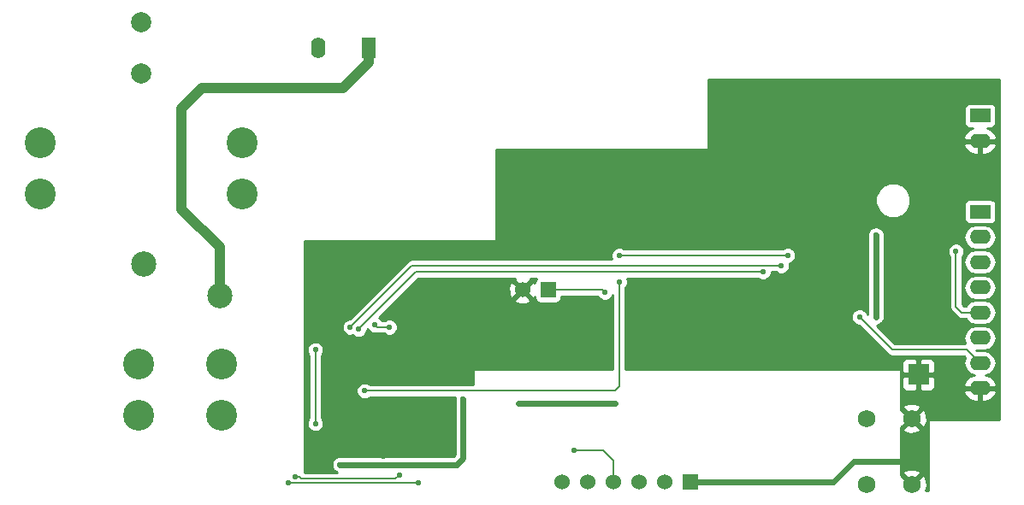
<source format=gbl>
G04 #@! TF.FileFunction,Copper,L2,Bot,Signal*
%FSLAX46Y46*%
G04 Gerber Fmt 4.6, Leading zero omitted, Abs format (unit mm)*
G04 Created by KiCad (PCBNEW (2015-08-16 BZR 6096)-product) date Wed 23 Sep 2015 10:28:05 PDT*
%MOMM*%
G01*
G04 APERTURE LIST*
%ADD10C,0.152400*%
%ADD11R,2.100000X1.400000*%
%ADD12O,2.100000X1.400000*%
%ADD13R,1.524000X1.524000*%
%ADD14C,1.524000*%
%ADD15C,1.750000*%
%ADD16R,2.032000X2.032000*%
%ADD17R,1.400000X2.100000*%
%ADD18O,1.400000X2.100000*%
%ADD19C,1.998980*%
%ADD20C,2.500000*%
%ADD21C,3.048000*%
%ADD22C,0.584200*%
%ADD23C,0.203200*%
%ADD24C,0.609600*%
%ADD25C,1.016000*%
%ADD26C,0.254000*%
G04 APERTURE END LIST*
D10*
D11*
X207000000Y-86750000D03*
D12*
X207000000Y-89250000D03*
D13*
X164270000Y-104000000D03*
D14*
X161730000Y-104000000D03*
D12*
X207000000Y-98750000D03*
X207000000Y-101250000D03*
D11*
X207000000Y-96250000D03*
D12*
X207000000Y-103750000D03*
X207000000Y-106250000D03*
X207000000Y-108750000D03*
X207000000Y-111250000D03*
X207000000Y-113750000D03*
D13*
X178350000Y-123000000D03*
D14*
X175810000Y-123000000D03*
X173270000Y-123000000D03*
X170730000Y-123000000D03*
X168190000Y-123000000D03*
X165650000Y-123000000D03*
D15*
X195750000Y-116750000D03*
X200250000Y-116750000D03*
X195750000Y-123250000D03*
X200250000Y-123250000D03*
D16*
X200914000Y-112395000D03*
D17*
X146500000Y-80000000D03*
D18*
X141500000Y-80000000D03*
D19*
X124000000Y-82540000D03*
X124000000Y-77460000D03*
D20*
X131750000Y-104600000D03*
X124250000Y-101400000D03*
D21*
X131953000Y-116459000D03*
X131953000Y-111379000D03*
X123698000Y-116459000D03*
X123698000Y-111379000D03*
X113952000Y-94540000D03*
X113952000Y-89460000D03*
X133952000Y-94540000D03*
X133952000Y-89460000D03*
D22*
X144272000Y-115011200D03*
X146710400Y-111353600D03*
X147929600Y-120497600D03*
X147726400Y-115011200D03*
X154432000Y-119278400D03*
X195681600Y-99364800D03*
X194056000Y-109728000D03*
X201777600Y-93065600D03*
X172313600Y-97536000D03*
X199948800Y-89001600D03*
X164185600Y-94081600D03*
X164388800Y-98755200D03*
X141630400Y-99568000D03*
X200500000Y-121000000D03*
X161544000Y-115214400D03*
X170891200Y-115214400D03*
X141224000Y-109931200D03*
X141224000Y-117246400D03*
X196697600Y-98552000D03*
X196697600Y-106680000D03*
X155854400Y-114808000D03*
X143662400Y-121310400D03*
X138582400Y-123139200D03*
X151384000Y-123139200D03*
X139192000Y-122529600D03*
X149555200Y-122326400D03*
X169875200Y-104241600D03*
X146100800Y-113995200D03*
X171297600Y-103225600D03*
X171297600Y-100584000D03*
X187960000Y-100584000D03*
X204622400Y-100177600D03*
X145491200Y-107899200D03*
X185521600Y-102209600D03*
X144678400Y-107696000D03*
X187350400Y-101600000D03*
X166827200Y-119888000D03*
X148539200Y-107696000D03*
X147116800Y-107492800D03*
X195072000Y-106680000D03*
D23*
X172313600Y-97536000D02*
X172516800Y-97536000D01*
D24*
X192500000Y-123000000D02*
X194500000Y-121000000D01*
X194500000Y-121000000D02*
X200500000Y-121000000D01*
X178350000Y-123000000D02*
X192500000Y-123000000D01*
X161340800Y-115214400D02*
X161544000Y-115214400D01*
X170891200Y-115214400D02*
X161340800Y-115214400D01*
D23*
X141224000Y-109931200D02*
X141224000Y-117246400D01*
D24*
X196697600Y-98552000D02*
X196697600Y-106680000D01*
X155854400Y-114808000D02*
X155854400Y-120700800D01*
X155244800Y-121310400D02*
X155854400Y-120700800D01*
X143662400Y-121310400D02*
X155244800Y-121310400D01*
D23*
X138582400Y-123139200D02*
X151384000Y-123139200D01*
X139605091Y-122529600D02*
X139801600Y-122726109D01*
X139192000Y-122529600D02*
X139605091Y-122529600D01*
X139998109Y-122726109D02*
X140004790Y-122732790D01*
X139801600Y-122726109D02*
X139998109Y-122726109D01*
X140004790Y-122732790D02*
X149148810Y-122732790D01*
X149148810Y-122732790D02*
X149555200Y-122326400D01*
D25*
X131750000Y-104600000D02*
X131750000Y-99750000D01*
X146500000Y-81500000D02*
X146500000Y-80000000D01*
X144000000Y-84000000D02*
X146500000Y-81500000D01*
X130000000Y-84000000D02*
X144000000Y-84000000D01*
X128000000Y-86000000D02*
X130000000Y-84000000D01*
X128000000Y-96000000D02*
X128000000Y-86000000D01*
X131750000Y-99750000D02*
X128000000Y-96000000D01*
D23*
X169875200Y-104241600D02*
X169633600Y-104000000D01*
X169633600Y-104000000D02*
X164270000Y-104000000D01*
X146100800Y-113995200D02*
X170891200Y-113995200D01*
X170891200Y-113995200D02*
X171297600Y-113588800D01*
X171297600Y-113588800D02*
X171297600Y-111760000D01*
X171297600Y-111760000D02*
X171297600Y-103225600D01*
X171297600Y-100584000D02*
X187960000Y-100584000D01*
X205208400Y-106250000D02*
X207000000Y-106250000D01*
X204622400Y-105664000D02*
X205208400Y-106250000D01*
X204622400Y-100177600D02*
X204622400Y-105664000D01*
X145491200Y-107899200D02*
X151180800Y-102209600D01*
X151180800Y-102209600D02*
X185521600Y-102209600D01*
X144678400Y-107696000D02*
X150774400Y-101600000D01*
X150774400Y-101600000D02*
X187350400Y-101600000D01*
X166827200Y-119888000D02*
X169672000Y-119888000D01*
X169672000Y-119888000D02*
X170730000Y-120946000D01*
X170730000Y-120946000D02*
X170730000Y-123000000D01*
X147320000Y-107696000D02*
X147116800Y-107492800D01*
X148539200Y-107696000D02*
X147320000Y-107696000D01*
X195072000Y-106680000D02*
X198323200Y-109931200D01*
X198323200Y-109931200D02*
X205681200Y-109931200D01*
X205681200Y-109931200D02*
X207000000Y-111250000D01*
D26*
G36*
X208873000Y-116873000D02*
X202000000Y-116873000D01*
X201950590Y-116883006D01*
X201908965Y-116911447D01*
X201881685Y-116953841D01*
X201873000Y-117000000D01*
X201873000Y-123873000D01*
X201630118Y-123873000D01*
X201771590Y-123484694D01*
X201745579Y-122884542D01*
X201565953Y-122450884D01*
X201312060Y-122367545D01*
X200429605Y-123250000D01*
X200443748Y-123264143D01*
X200264143Y-123443748D01*
X200250000Y-123429605D01*
X200235858Y-123443748D01*
X200056253Y-123264143D01*
X200070395Y-123250000D01*
X199187940Y-122367545D01*
X199127000Y-122387548D01*
X199127000Y-122187940D01*
X199367545Y-122187940D01*
X200250000Y-123070395D01*
X201132455Y-122187940D01*
X201049116Y-121934047D01*
X200484694Y-121728410D01*
X199884542Y-121754421D01*
X199450884Y-121934047D01*
X199367545Y-122187940D01*
X199127000Y-122187940D01*
X199127000Y-117812060D01*
X199367545Y-117812060D01*
X199450884Y-118065953D01*
X200015306Y-118271590D01*
X200615458Y-118245579D01*
X201049116Y-118065953D01*
X201132455Y-117812060D01*
X200250000Y-116929605D01*
X199367545Y-117812060D01*
X199127000Y-117812060D01*
X199127000Y-117612452D01*
X199187940Y-117632455D01*
X200070395Y-116750000D01*
X200429605Y-116750000D01*
X201312060Y-117632455D01*
X201565953Y-117549116D01*
X201771590Y-116984694D01*
X201745579Y-116384542D01*
X201565953Y-115950884D01*
X201312060Y-115867545D01*
X200429605Y-116750000D01*
X200070395Y-116750000D01*
X199187940Y-115867545D01*
X199127000Y-115887548D01*
X199127000Y-115687940D01*
X199367545Y-115687940D01*
X200250000Y-116570395D01*
X201132455Y-115687940D01*
X201049116Y-115434047D01*
X200484694Y-115228410D01*
X199884542Y-115254421D01*
X199450884Y-115434047D01*
X199367545Y-115687940D01*
X199127000Y-115687940D01*
X199127000Y-114083329D01*
X205357284Y-114083329D01*
X205368020Y-114143550D01*
X205616210Y-114604185D01*
X206021785Y-114934778D01*
X206523000Y-115085000D01*
X206873000Y-115085000D01*
X206873000Y-113877000D01*
X207127000Y-113877000D01*
X207127000Y-115085000D01*
X207477000Y-115085000D01*
X207978215Y-114934778D01*
X208383790Y-114604185D01*
X208631980Y-114143550D01*
X208642716Y-114083329D01*
X208519374Y-113877000D01*
X207127000Y-113877000D01*
X206873000Y-113877000D01*
X205480626Y-113877000D01*
X205357284Y-114083329D01*
X199127000Y-114083329D01*
X199127000Y-112680750D01*
X199263000Y-112680750D01*
X199263000Y-113537310D01*
X199359673Y-113770699D01*
X199538302Y-113949327D01*
X199771691Y-114046000D01*
X200628250Y-114046000D01*
X200787000Y-113887250D01*
X200787000Y-112522000D01*
X201041000Y-112522000D01*
X201041000Y-113887250D01*
X201199750Y-114046000D01*
X202056309Y-114046000D01*
X202289698Y-113949327D01*
X202468327Y-113770699D01*
X202565000Y-113537310D01*
X202565000Y-112680750D01*
X202406250Y-112522000D01*
X201041000Y-112522000D01*
X200787000Y-112522000D01*
X199421750Y-112522000D01*
X199263000Y-112680750D01*
X199127000Y-112680750D01*
X199127000Y-112000000D01*
X199116994Y-111950590D01*
X199088553Y-111908965D01*
X199046159Y-111881685D01*
X199000000Y-111873000D01*
X171932600Y-111873000D01*
X171932600Y-111252690D01*
X199263000Y-111252690D01*
X199263000Y-112109250D01*
X199421750Y-112268000D01*
X200787000Y-112268000D01*
X200787000Y-110902750D01*
X201041000Y-110902750D01*
X201041000Y-112268000D01*
X202406250Y-112268000D01*
X202565000Y-112109250D01*
X202565000Y-111252690D01*
X202468327Y-111019301D01*
X202289698Y-110840673D01*
X202056309Y-110744000D01*
X201199750Y-110744000D01*
X201041000Y-110902750D01*
X200787000Y-110902750D01*
X200628250Y-110744000D01*
X199771691Y-110744000D01*
X199538302Y-110840673D01*
X199359673Y-111019301D01*
X199263000Y-111252690D01*
X171932600Y-111252690D01*
X171932600Y-106843482D01*
X194246357Y-106843482D01*
X194371767Y-107146998D01*
X194603781Y-107379417D01*
X194907077Y-107505357D01*
X194999411Y-107505437D01*
X197874187Y-110380213D01*
X198080196Y-110517864D01*
X198323200Y-110566200D01*
X205418174Y-110566200D01*
X205539750Y-110687776D01*
X205479466Y-110777998D01*
X205385579Y-111250000D01*
X205479466Y-111722002D01*
X205746833Y-112122146D01*
X206146977Y-112389513D01*
X206424111Y-112444638D01*
X206021785Y-112565222D01*
X205616210Y-112895815D01*
X205368020Y-113356450D01*
X205357284Y-113416671D01*
X205480626Y-113623000D01*
X206873000Y-113623000D01*
X206873000Y-113603000D01*
X207127000Y-113603000D01*
X207127000Y-113623000D01*
X208519374Y-113623000D01*
X208642716Y-113416671D01*
X208631980Y-113356450D01*
X208383790Y-112895815D01*
X207978215Y-112565222D01*
X207575889Y-112444638D01*
X207853023Y-112389513D01*
X208253167Y-112122146D01*
X208520534Y-111722002D01*
X208614421Y-111250000D01*
X208520534Y-110777998D01*
X208253167Y-110377854D01*
X207853023Y-110110487D01*
X207381021Y-110016600D01*
X206664626Y-110016600D01*
X206631426Y-109983400D01*
X207381021Y-109983400D01*
X207853023Y-109889513D01*
X208253167Y-109622146D01*
X208520534Y-109222002D01*
X208614421Y-108750000D01*
X208520534Y-108277998D01*
X208253167Y-107877854D01*
X207853023Y-107610487D01*
X207381021Y-107516600D01*
X206618979Y-107516600D01*
X206146977Y-107610487D01*
X205746833Y-107877854D01*
X205479466Y-108277998D01*
X205385579Y-108750000D01*
X205479466Y-109222002D01*
X205529043Y-109296200D01*
X198586226Y-109296200D01*
X196795612Y-107505586D01*
X196861082Y-107505643D01*
X196954239Y-107467151D01*
X197018365Y-107454396D01*
X197072253Y-107418389D01*
X197164598Y-107380233D01*
X197235934Y-107309021D01*
X197290297Y-107272697D01*
X197326304Y-107218809D01*
X197397017Y-107148219D01*
X197435672Y-107055128D01*
X197471996Y-107000765D01*
X197484640Y-106937201D01*
X197522957Y-106844923D01*
X197523045Y-106744125D01*
X197535800Y-106680000D01*
X197535800Y-100341082D01*
X203796757Y-100341082D01*
X203922167Y-100644598D01*
X203987400Y-100709945D01*
X203987400Y-105664000D01*
X204035736Y-105907004D01*
X204173387Y-106113013D01*
X204759387Y-106699013D01*
X204965396Y-106836664D01*
X205208400Y-106885000D01*
X205588378Y-106885000D01*
X205746833Y-107122146D01*
X206146977Y-107389513D01*
X206618979Y-107483400D01*
X207381021Y-107483400D01*
X207853023Y-107389513D01*
X208253167Y-107122146D01*
X208520534Y-106722002D01*
X208614421Y-106250000D01*
X208520534Y-105777998D01*
X208253167Y-105377854D01*
X207853023Y-105110487D01*
X207381021Y-105016600D01*
X206618979Y-105016600D01*
X206146977Y-105110487D01*
X205746833Y-105377854D01*
X205588378Y-105615000D01*
X205471426Y-105615000D01*
X205257400Y-105400974D01*
X205257400Y-103750000D01*
X205385579Y-103750000D01*
X205479466Y-104222002D01*
X205746833Y-104622146D01*
X206146977Y-104889513D01*
X206618979Y-104983400D01*
X207381021Y-104983400D01*
X207853023Y-104889513D01*
X208253167Y-104622146D01*
X208520534Y-104222002D01*
X208614421Y-103750000D01*
X208520534Y-103277998D01*
X208253167Y-102877854D01*
X207853023Y-102610487D01*
X207381021Y-102516600D01*
X206618979Y-102516600D01*
X206146977Y-102610487D01*
X205746833Y-102877854D01*
X205479466Y-103277998D01*
X205385579Y-103750000D01*
X205257400Y-103750000D01*
X205257400Y-101250000D01*
X205385579Y-101250000D01*
X205479466Y-101722002D01*
X205746833Y-102122146D01*
X206146977Y-102389513D01*
X206618979Y-102483400D01*
X207381021Y-102483400D01*
X207853023Y-102389513D01*
X208253167Y-102122146D01*
X208520534Y-101722002D01*
X208614421Y-101250000D01*
X208520534Y-100777998D01*
X208253167Y-100377854D01*
X207853023Y-100110487D01*
X207381021Y-100016600D01*
X206618979Y-100016600D01*
X206146977Y-100110487D01*
X205746833Y-100377854D01*
X205479466Y-100777998D01*
X205385579Y-101250000D01*
X205257400Y-101250000D01*
X205257400Y-100710124D01*
X205321817Y-100645819D01*
X205447757Y-100342523D01*
X205448043Y-100014118D01*
X205322633Y-99710602D01*
X205090619Y-99478183D01*
X204787323Y-99352243D01*
X204458918Y-99351957D01*
X204155402Y-99477367D01*
X203922983Y-99709381D01*
X203797043Y-100012677D01*
X203796757Y-100341082D01*
X197535800Y-100341082D01*
X197535800Y-98750000D01*
X205385579Y-98750000D01*
X205479466Y-99222002D01*
X205746833Y-99622146D01*
X206146977Y-99889513D01*
X206618979Y-99983400D01*
X207381021Y-99983400D01*
X207853023Y-99889513D01*
X208253167Y-99622146D01*
X208520534Y-99222002D01*
X208614421Y-98750000D01*
X208520534Y-98277998D01*
X208253167Y-97877854D01*
X207853023Y-97610487D01*
X207381021Y-97516600D01*
X206618979Y-97516600D01*
X206146977Y-97610487D01*
X205746833Y-97877854D01*
X205479466Y-98277998D01*
X205385579Y-98750000D01*
X197535800Y-98750000D01*
X197535800Y-98552000D01*
X197523156Y-98488434D01*
X197523243Y-98388518D01*
X197484751Y-98295361D01*
X197471996Y-98231235D01*
X197435989Y-98177347D01*
X197397833Y-98085002D01*
X197326621Y-98013666D01*
X197290297Y-97959303D01*
X197236409Y-97923296D01*
X197165819Y-97852583D01*
X197072728Y-97813928D01*
X197018365Y-97777604D01*
X196954801Y-97764960D01*
X196862523Y-97726643D01*
X196761725Y-97726555D01*
X196697600Y-97713800D01*
X196634034Y-97726444D01*
X196534118Y-97726357D01*
X196440961Y-97764849D01*
X196376835Y-97777604D01*
X196322947Y-97813611D01*
X196230602Y-97851767D01*
X196159266Y-97922979D01*
X196104903Y-97959303D01*
X196068896Y-98013191D01*
X195998183Y-98083781D01*
X195959528Y-98176872D01*
X195923204Y-98231235D01*
X195910560Y-98294799D01*
X195872243Y-98387077D01*
X195872155Y-98487875D01*
X195859400Y-98552000D01*
X195859400Y-106423963D01*
X195772233Y-106213002D01*
X195540219Y-105980583D01*
X195236923Y-105854643D01*
X194908518Y-105854357D01*
X194605002Y-105979767D01*
X194372583Y-106211781D01*
X194246643Y-106515077D01*
X194246357Y-106843482D01*
X171932600Y-106843482D01*
X171932600Y-103758124D01*
X171997017Y-103693819D01*
X172122957Y-103390523D01*
X172123243Y-103062118D01*
X172033367Y-102844600D01*
X184989076Y-102844600D01*
X185053381Y-102909017D01*
X185356677Y-103034957D01*
X185685082Y-103035243D01*
X185988598Y-102909833D01*
X186221017Y-102677819D01*
X186346957Y-102374523D01*
X186347079Y-102235000D01*
X186817876Y-102235000D01*
X186882181Y-102299417D01*
X187185477Y-102425357D01*
X187513882Y-102425643D01*
X187817398Y-102300233D01*
X188049817Y-102068219D01*
X188175757Y-101764923D01*
X188176043Y-101436518D01*
X188158893Y-101395012D01*
X188426998Y-101284233D01*
X188659417Y-101052219D01*
X188785357Y-100748923D01*
X188785643Y-100420518D01*
X188660233Y-100117002D01*
X188428219Y-99884583D01*
X188124923Y-99758643D01*
X187796518Y-99758357D01*
X187493002Y-99883767D01*
X187427655Y-99949000D01*
X171830124Y-99949000D01*
X171765819Y-99884583D01*
X171462523Y-99758643D01*
X171134118Y-99758357D01*
X170830602Y-99883767D01*
X170598183Y-100115781D01*
X170472243Y-100419077D01*
X170471957Y-100747482D01*
X170561833Y-100965000D01*
X150774400Y-100965000D01*
X150531396Y-101013336D01*
X150325387Y-101150987D01*
X144605938Y-106870436D01*
X144514918Y-106870357D01*
X144211402Y-106995767D01*
X143978983Y-107227781D01*
X143853043Y-107531077D01*
X143852757Y-107859482D01*
X143978167Y-108162998D01*
X144210181Y-108395417D01*
X144513477Y-108521357D01*
X144841882Y-108521643D01*
X144915695Y-108491144D01*
X145022981Y-108598617D01*
X145326277Y-108724557D01*
X145654682Y-108724843D01*
X145958198Y-108599433D01*
X146190617Y-108367419D01*
X146316557Y-108064123D01*
X146316637Y-107971789D01*
X146390855Y-107897571D01*
X146416567Y-107959798D01*
X146648581Y-108192217D01*
X146951877Y-108318157D01*
X147256768Y-108318423D01*
X147320000Y-108331000D01*
X148006676Y-108331000D01*
X148070981Y-108395417D01*
X148374277Y-108521357D01*
X148702682Y-108521643D01*
X149006198Y-108396233D01*
X149238617Y-108164219D01*
X149364557Y-107860923D01*
X149364843Y-107532518D01*
X149239433Y-107229002D01*
X149007419Y-106996583D01*
X148704123Y-106870643D01*
X148375718Y-106870357D01*
X148072202Y-106995767D01*
X148006855Y-107061000D01*
X147831576Y-107061000D01*
X147817033Y-107025802D01*
X147585019Y-106793383D01*
X147521442Y-106766984D01*
X149308212Y-104980213D01*
X160929392Y-104980213D01*
X160998857Y-105222397D01*
X161522302Y-105409144D01*
X162077368Y-105381362D01*
X162461143Y-105222397D01*
X162530608Y-104980213D01*
X161730000Y-104179605D01*
X160929392Y-104980213D01*
X149308212Y-104980213D01*
X150496123Y-103792302D01*
X160320856Y-103792302D01*
X160348638Y-104347368D01*
X160507603Y-104731143D01*
X160749787Y-104800608D01*
X161550395Y-104000000D01*
X160749787Y-103199392D01*
X160507603Y-103268857D01*
X160320856Y-103792302D01*
X150496123Y-103792302D01*
X151443825Y-102844600D01*
X160979640Y-102844600D01*
X160929392Y-103019787D01*
X161730000Y-103820395D01*
X162530608Y-103019787D01*
X162480360Y-102844600D01*
X163134330Y-102844600D01*
X163128790Y-102848165D01*
X163006999Y-103026412D01*
X162964151Y-103238000D01*
X162964151Y-103297234D01*
X162952397Y-103268857D01*
X162710213Y-103199392D01*
X161909605Y-104000000D01*
X162710213Y-104800608D01*
X162952397Y-104731143D01*
X162964151Y-104698197D01*
X162964151Y-104762000D01*
X163001344Y-104959666D01*
X163118165Y-105141210D01*
X163296412Y-105263001D01*
X163508000Y-105305849D01*
X165032000Y-105305849D01*
X165229666Y-105268656D01*
X165411210Y-105151835D01*
X165533001Y-104973588D01*
X165575849Y-104762000D01*
X165575849Y-104635000D01*
X169144557Y-104635000D01*
X169174967Y-104708598D01*
X169406981Y-104941017D01*
X169710277Y-105066957D01*
X170038682Y-105067243D01*
X170342198Y-104941833D01*
X170574617Y-104709819D01*
X170662600Y-104497933D01*
X170662600Y-111873000D01*
X157000000Y-111873000D01*
X156950590Y-111883006D01*
X156908965Y-111911447D01*
X156881685Y-111953841D01*
X156873000Y-112000000D01*
X156873000Y-113360200D01*
X146633324Y-113360200D01*
X146569019Y-113295783D01*
X146265723Y-113169843D01*
X145937318Y-113169557D01*
X145633802Y-113294967D01*
X145401383Y-113526981D01*
X145275443Y-113830277D01*
X145275157Y-114158682D01*
X145400567Y-114462198D01*
X145632581Y-114694617D01*
X145935877Y-114820557D01*
X146264282Y-114820843D01*
X146567798Y-114695433D01*
X146633145Y-114630200D01*
X155034390Y-114630200D01*
X155029043Y-114643077D01*
X155028955Y-114743875D01*
X155016200Y-114808000D01*
X155016200Y-120353606D01*
X154897606Y-120472200D01*
X143662400Y-120472200D01*
X143598834Y-120484844D01*
X143498918Y-120484757D01*
X143405761Y-120523249D01*
X143341635Y-120536004D01*
X143287747Y-120572011D01*
X143195402Y-120610167D01*
X143124066Y-120681379D01*
X143069703Y-120717703D01*
X143033696Y-120771591D01*
X142962983Y-120842181D01*
X142924328Y-120935272D01*
X142888004Y-120989635D01*
X142875360Y-121053199D01*
X142837043Y-121145477D01*
X142836955Y-121246275D01*
X142824200Y-121310400D01*
X142836844Y-121373966D01*
X142836757Y-121473882D01*
X142875249Y-121567039D01*
X142888004Y-121631165D01*
X142924011Y-121685053D01*
X142962167Y-121777398D01*
X143033379Y-121848734D01*
X143069703Y-121903097D01*
X143123591Y-121939104D01*
X143194181Y-122009817D01*
X143287272Y-122048472D01*
X143341635Y-122084796D01*
X143405199Y-122097440D01*
X143406043Y-122097790D01*
X140127000Y-122097790D01*
X140127000Y-110094682D01*
X140398357Y-110094682D01*
X140523767Y-110398198D01*
X140589000Y-110463545D01*
X140589000Y-116713876D01*
X140524583Y-116778181D01*
X140398643Y-117081477D01*
X140398357Y-117409882D01*
X140523767Y-117713398D01*
X140755781Y-117945817D01*
X141059077Y-118071757D01*
X141387482Y-118072043D01*
X141690998Y-117946633D01*
X141923417Y-117714619D01*
X142049357Y-117411323D01*
X142049643Y-117082918D01*
X141924233Y-116779402D01*
X141859000Y-116714055D01*
X141859000Y-110463724D01*
X141923417Y-110399419D01*
X142049357Y-110096123D01*
X142049643Y-109767718D01*
X141924233Y-109464202D01*
X141692219Y-109231783D01*
X141388923Y-109105843D01*
X141060518Y-109105557D01*
X140757002Y-109230967D01*
X140524583Y-109462981D01*
X140398643Y-109766277D01*
X140398357Y-110094682D01*
X140127000Y-110094682D01*
X140127000Y-99127000D01*
X159000000Y-99127000D01*
X159049410Y-99116994D01*
X159091035Y-99088553D01*
X159118315Y-99046159D01*
X159127000Y-99000000D01*
X159127000Y-95466282D01*
X196665700Y-95466282D01*
X196929038Y-96103609D01*
X197416226Y-96591648D01*
X198053093Y-96856098D01*
X198742682Y-96856700D01*
X199380009Y-96593362D01*
X199868048Y-96106174D01*
X200098991Y-95550000D01*
X205406151Y-95550000D01*
X205406151Y-96950000D01*
X205443344Y-97147666D01*
X205560165Y-97329210D01*
X205738412Y-97451001D01*
X205950000Y-97493849D01*
X208050000Y-97493849D01*
X208247666Y-97456656D01*
X208429210Y-97339835D01*
X208551001Y-97161588D01*
X208593849Y-96950000D01*
X208593849Y-95550000D01*
X208556656Y-95352334D01*
X208439835Y-95170790D01*
X208261588Y-95048999D01*
X208050000Y-95006151D01*
X205950000Y-95006151D01*
X205752334Y-95043344D01*
X205570790Y-95160165D01*
X205448999Y-95338412D01*
X205406151Y-95550000D01*
X200098991Y-95550000D01*
X200132498Y-95469307D01*
X200133100Y-94779718D01*
X199869762Y-94142391D01*
X199382574Y-93654352D01*
X198745707Y-93389902D01*
X198056118Y-93389300D01*
X197418791Y-93652638D01*
X196930752Y-94139826D01*
X196666302Y-94776693D01*
X196665700Y-95466282D01*
X159127000Y-95466282D01*
X159127000Y-90127000D01*
X180000000Y-90127000D01*
X180049410Y-90116994D01*
X180091035Y-90088553D01*
X180118315Y-90046159D01*
X180127000Y-90000000D01*
X180127000Y-89583329D01*
X205357284Y-89583329D01*
X205368020Y-89643550D01*
X205616210Y-90104185D01*
X206021785Y-90434778D01*
X206523000Y-90585000D01*
X206873000Y-90585000D01*
X206873000Y-89377000D01*
X207127000Y-89377000D01*
X207127000Y-90585000D01*
X207477000Y-90585000D01*
X207978215Y-90434778D01*
X208383790Y-90104185D01*
X208631980Y-89643550D01*
X208642716Y-89583329D01*
X208519374Y-89377000D01*
X207127000Y-89377000D01*
X206873000Y-89377000D01*
X205480626Y-89377000D01*
X205357284Y-89583329D01*
X180127000Y-89583329D01*
X180127000Y-88916671D01*
X205357284Y-88916671D01*
X205480626Y-89123000D01*
X206873000Y-89123000D01*
X206873000Y-89103000D01*
X207127000Y-89103000D01*
X207127000Y-89123000D01*
X208519374Y-89123000D01*
X208642716Y-88916671D01*
X208631980Y-88856450D01*
X208383790Y-88395815D01*
X207978215Y-88065222D01*
X207740079Y-87993849D01*
X208050000Y-87993849D01*
X208247666Y-87956656D01*
X208429210Y-87839835D01*
X208551001Y-87661588D01*
X208593849Y-87450000D01*
X208593849Y-86050000D01*
X208556656Y-85852334D01*
X208439835Y-85670790D01*
X208261588Y-85548999D01*
X208050000Y-85506151D01*
X205950000Y-85506151D01*
X205752334Y-85543344D01*
X205570790Y-85660165D01*
X205448999Y-85838412D01*
X205406151Y-86050000D01*
X205406151Y-87450000D01*
X205443344Y-87647666D01*
X205560165Y-87829210D01*
X205738412Y-87951001D01*
X205950000Y-87993849D01*
X206259921Y-87993849D01*
X206021785Y-88065222D01*
X205616210Y-88395815D01*
X205368020Y-88856450D01*
X205357284Y-88916671D01*
X180127000Y-88916671D01*
X180127000Y-83127000D01*
X208873000Y-83127000D01*
X208873000Y-116873000D01*
X208873000Y-116873000D01*
G37*
X208873000Y-116873000D02*
X202000000Y-116873000D01*
X201950590Y-116883006D01*
X201908965Y-116911447D01*
X201881685Y-116953841D01*
X201873000Y-117000000D01*
X201873000Y-123873000D01*
X201630118Y-123873000D01*
X201771590Y-123484694D01*
X201745579Y-122884542D01*
X201565953Y-122450884D01*
X201312060Y-122367545D01*
X200429605Y-123250000D01*
X200443748Y-123264143D01*
X200264143Y-123443748D01*
X200250000Y-123429605D01*
X200235858Y-123443748D01*
X200056253Y-123264143D01*
X200070395Y-123250000D01*
X199187940Y-122367545D01*
X199127000Y-122387548D01*
X199127000Y-122187940D01*
X199367545Y-122187940D01*
X200250000Y-123070395D01*
X201132455Y-122187940D01*
X201049116Y-121934047D01*
X200484694Y-121728410D01*
X199884542Y-121754421D01*
X199450884Y-121934047D01*
X199367545Y-122187940D01*
X199127000Y-122187940D01*
X199127000Y-117812060D01*
X199367545Y-117812060D01*
X199450884Y-118065953D01*
X200015306Y-118271590D01*
X200615458Y-118245579D01*
X201049116Y-118065953D01*
X201132455Y-117812060D01*
X200250000Y-116929605D01*
X199367545Y-117812060D01*
X199127000Y-117812060D01*
X199127000Y-117612452D01*
X199187940Y-117632455D01*
X200070395Y-116750000D01*
X200429605Y-116750000D01*
X201312060Y-117632455D01*
X201565953Y-117549116D01*
X201771590Y-116984694D01*
X201745579Y-116384542D01*
X201565953Y-115950884D01*
X201312060Y-115867545D01*
X200429605Y-116750000D01*
X200070395Y-116750000D01*
X199187940Y-115867545D01*
X199127000Y-115887548D01*
X199127000Y-115687940D01*
X199367545Y-115687940D01*
X200250000Y-116570395D01*
X201132455Y-115687940D01*
X201049116Y-115434047D01*
X200484694Y-115228410D01*
X199884542Y-115254421D01*
X199450884Y-115434047D01*
X199367545Y-115687940D01*
X199127000Y-115687940D01*
X199127000Y-114083329D01*
X205357284Y-114083329D01*
X205368020Y-114143550D01*
X205616210Y-114604185D01*
X206021785Y-114934778D01*
X206523000Y-115085000D01*
X206873000Y-115085000D01*
X206873000Y-113877000D01*
X207127000Y-113877000D01*
X207127000Y-115085000D01*
X207477000Y-115085000D01*
X207978215Y-114934778D01*
X208383790Y-114604185D01*
X208631980Y-114143550D01*
X208642716Y-114083329D01*
X208519374Y-113877000D01*
X207127000Y-113877000D01*
X206873000Y-113877000D01*
X205480626Y-113877000D01*
X205357284Y-114083329D01*
X199127000Y-114083329D01*
X199127000Y-112680750D01*
X199263000Y-112680750D01*
X199263000Y-113537310D01*
X199359673Y-113770699D01*
X199538302Y-113949327D01*
X199771691Y-114046000D01*
X200628250Y-114046000D01*
X200787000Y-113887250D01*
X200787000Y-112522000D01*
X201041000Y-112522000D01*
X201041000Y-113887250D01*
X201199750Y-114046000D01*
X202056309Y-114046000D01*
X202289698Y-113949327D01*
X202468327Y-113770699D01*
X202565000Y-113537310D01*
X202565000Y-112680750D01*
X202406250Y-112522000D01*
X201041000Y-112522000D01*
X200787000Y-112522000D01*
X199421750Y-112522000D01*
X199263000Y-112680750D01*
X199127000Y-112680750D01*
X199127000Y-112000000D01*
X199116994Y-111950590D01*
X199088553Y-111908965D01*
X199046159Y-111881685D01*
X199000000Y-111873000D01*
X171932600Y-111873000D01*
X171932600Y-111252690D01*
X199263000Y-111252690D01*
X199263000Y-112109250D01*
X199421750Y-112268000D01*
X200787000Y-112268000D01*
X200787000Y-110902750D01*
X201041000Y-110902750D01*
X201041000Y-112268000D01*
X202406250Y-112268000D01*
X202565000Y-112109250D01*
X202565000Y-111252690D01*
X202468327Y-111019301D01*
X202289698Y-110840673D01*
X202056309Y-110744000D01*
X201199750Y-110744000D01*
X201041000Y-110902750D01*
X200787000Y-110902750D01*
X200628250Y-110744000D01*
X199771691Y-110744000D01*
X199538302Y-110840673D01*
X199359673Y-111019301D01*
X199263000Y-111252690D01*
X171932600Y-111252690D01*
X171932600Y-106843482D01*
X194246357Y-106843482D01*
X194371767Y-107146998D01*
X194603781Y-107379417D01*
X194907077Y-107505357D01*
X194999411Y-107505437D01*
X197874187Y-110380213D01*
X198080196Y-110517864D01*
X198323200Y-110566200D01*
X205418174Y-110566200D01*
X205539750Y-110687776D01*
X205479466Y-110777998D01*
X205385579Y-111250000D01*
X205479466Y-111722002D01*
X205746833Y-112122146D01*
X206146977Y-112389513D01*
X206424111Y-112444638D01*
X206021785Y-112565222D01*
X205616210Y-112895815D01*
X205368020Y-113356450D01*
X205357284Y-113416671D01*
X205480626Y-113623000D01*
X206873000Y-113623000D01*
X206873000Y-113603000D01*
X207127000Y-113603000D01*
X207127000Y-113623000D01*
X208519374Y-113623000D01*
X208642716Y-113416671D01*
X208631980Y-113356450D01*
X208383790Y-112895815D01*
X207978215Y-112565222D01*
X207575889Y-112444638D01*
X207853023Y-112389513D01*
X208253167Y-112122146D01*
X208520534Y-111722002D01*
X208614421Y-111250000D01*
X208520534Y-110777998D01*
X208253167Y-110377854D01*
X207853023Y-110110487D01*
X207381021Y-110016600D01*
X206664626Y-110016600D01*
X206631426Y-109983400D01*
X207381021Y-109983400D01*
X207853023Y-109889513D01*
X208253167Y-109622146D01*
X208520534Y-109222002D01*
X208614421Y-108750000D01*
X208520534Y-108277998D01*
X208253167Y-107877854D01*
X207853023Y-107610487D01*
X207381021Y-107516600D01*
X206618979Y-107516600D01*
X206146977Y-107610487D01*
X205746833Y-107877854D01*
X205479466Y-108277998D01*
X205385579Y-108750000D01*
X205479466Y-109222002D01*
X205529043Y-109296200D01*
X198586226Y-109296200D01*
X196795612Y-107505586D01*
X196861082Y-107505643D01*
X196954239Y-107467151D01*
X197018365Y-107454396D01*
X197072253Y-107418389D01*
X197164598Y-107380233D01*
X197235934Y-107309021D01*
X197290297Y-107272697D01*
X197326304Y-107218809D01*
X197397017Y-107148219D01*
X197435672Y-107055128D01*
X197471996Y-107000765D01*
X197484640Y-106937201D01*
X197522957Y-106844923D01*
X197523045Y-106744125D01*
X197535800Y-106680000D01*
X197535800Y-100341082D01*
X203796757Y-100341082D01*
X203922167Y-100644598D01*
X203987400Y-100709945D01*
X203987400Y-105664000D01*
X204035736Y-105907004D01*
X204173387Y-106113013D01*
X204759387Y-106699013D01*
X204965396Y-106836664D01*
X205208400Y-106885000D01*
X205588378Y-106885000D01*
X205746833Y-107122146D01*
X206146977Y-107389513D01*
X206618979Y-107483400D01*
X207381021Y-107483400D01*
X207853023Y-107389513D01*
X208253167Y-107122146D01*
X208520534Y-106722002D01*
X208614421Y-106250000D01*
X208520534Y-105777998D01*
X208253167Y-105377854D01*
X207853023Y-105110487D01*
X207381021Y-105016600D01*
X206618979Y-105016600D01*
X206146977Y-105110487D01*
X205746833Y-105377854D01*
X205588378Y-105615000D01*
X205471426Y-105615000D01*
X205257400Y-105400974D01*
X205257400Y-103750000D01*
X205385579Y-103750000D01*
X205479466Y-104222002D01*
X205746833Y-104622146D01*
X206146977Y-104889513D01*
X206618979Y-104983400D01*
X207381021Y-104983400D01*
X207853023Y-104889513D01*
X208253167Y-104622146D01*
X208520534Y-104222002D01*
X208614421Y-103750000D01*
X208520534Y-103277998D01*
X208253167Y-102877854D01*
X207853023Y-102610487D01*
X207381021Y-102516600D01*
X206618979Y-102516600D01*
X206146977Y-102610487D01*
X205746833Y-102877854D01*
X205479466Y-103277998D01*
X205385579Y-103750000D01*
X205257400Y-103750000D01*
X205257400Y-101250000D01*
X205385579Y-101250000D01*
X205479466Y-101722002D01*
X205746833Y-102122146D01*
X206146977Y-102389513D01*
X206618979Y-102483400D01*
X207381021Y-102483400D01*
X207853023Y-102389513D01*
X208253167Y-102122146D01*
X208520534Y-101722002D01*
X208614421Y-101250000D01*
X208520534Y-100777998D01*
X208253167Y-100377854D01*
X207853023Y-100110487D01*
X207381021Y-100016600D01*
X206618979Y-100016600D01*
X206146977Y-100110487D01*
X205746833Y-100377854D01*
X205479466Y-100777998D01*
X205385579Y-101250000D01*
X205257400Y-101250000D01*
X205257400Y-100710124D01*
X205321817Y-100645819D01*
X205447757Y-100342523D01*
X205448043Y-100014118D01*
X205322633Y-99710602D01*
X205090619Y-99478183D01*
X204787323Y-99352243D01*
X204458918Y-99351957D01*
X204155402Y-99477367D01*
X203922983Y-99709381D01*
X203797043Y-100012677D01*
X203796757Y-100341082D01*
X197535800Y-100341082D01*
X197535800Y-98750000D01*
X205385579Y-98750000D01*
X205479466Y-99222002D01*
X205746833Y-99622146D01*
X206146977Y-99889513D01*
X206618979Y-99983400D01*
X207381021Y-99983400D01*
X207853023Y-99889513D01*
X208253167Y-99622146D01*
X208520534Y-99222002D01*
X208614421Y-98750000D01*
X208520534Y-98277998D01*
X208253167Y-97877854D01*
X207853023Y-97610487D01*
X207381021Y-97516600D01*
X206618979Y-97516600D01*
X206146977Y-97610487D01*
X205746833Y-97877854D01*
X205479466Y-98277998D01*
X205385579Y-98750000D01*
X197535800Y-98750000D01*
X197535800Y-98552000D01*
X197523156Y-98488434D01*
X197523243Y-98388518D01*
X197484751Y-98295361D01*
X197471996Y-98231235D01*
X197435989Y-98177347D01*
X197397833Y-98085002D01*
X197326621Y-98013666D01*
X197290297Y-97959303D01*
X197236409Y-97923296D01*
X197165819Y-97852583D01*
X197072728Y-97813928D01*
X197018365Y-97777604D01*
X196954801Y-97764960D01*
X196862523Y-97726643D01*
X196761725Y-97726555D01*
X196697600Y-97713800D01*
X196634034Y-97726444D01*
X196534118Y-97726357D01*
X196440961Y-97764849D01*
X196376835Y-97777604D01*
X196322947Y-97813611D01*
X196230602Y-97851767D01*
X196159266Y-97922979D01*
X196104903Y-97959303D01*
X196068896Y-98013191D01*
X195998183Y-98083781D01*
X195959528Y-98176872D01*
X195923204Y-98231235D01*
X195910560Y-98294799D01*
X195872243Y-98387077D01*
X195872155Y-98487875D01*
X195859400Y-98552000D01*
X195859400Y-106423963D01*
X195772233Y-106213002D01*
X195540219Y-105980583D01*
X195236923Y-105854643D01*
X194908518Y-105854357D01*
X194605002Y-105979767D01*
X194372583Y-106211781D01*
X194246643Y-106515077D01*
X194246357Y-106843482D01*
X171932600Y-106843482D01*
X171932600Y-103758124D01*
X171997017Y-103693819D01*
X172122957Y-103390523D01*
X172123243Y-103062118D01*
X172033367Y-102844600D01*
X184989076Y-102844600D01*
X185053381Y-102909017D01*
X185356677Y-103034957D01*
X185685082Y-103035243D01*
X185988598Y-102909833D01*
X186221017Y-102677819D01*
X186346957Y-102374523D01*
X186347079Y-102235000D01*
X186817876Y-102235000D01*
X186882181Y-102299417D01*
X187185477Y-102425357D01*
X187513882Y-102425643D01*
X187817398Y-102300233D01*
X188049817Y-102068219D01*
X188175757Y-101764923D01*
X188176043Y-101436518D01*
X188158893Y-101395012D01*
X188426998Y-101284233D01*
X188659417Y-101052219D01*
X188785357Y-100748923D01*
X188785643Y-100420518D01*
X188660233Y-100117002D01*
X188428219Y-99884583D01*
X188124923Y-99758643D01*
X187796518Y-99758357D01*
X187493002Y-99883767D01*
X187427655Y-99949000D01*
X171830124Y-99949000D01*
X171765819Y-99884583D01*
X171462523Y-99758643D01*
X171134118Y-99758357D01*
X170830602Y-99883767D01*
X170598183Y-100115781D01*
X170472243Y-100419077D01*
X170471957Y-100747482D01*
X170561833Y-100965000D01*
X150774400Y-100965000D01*
X150531396Y-101013336D01*
X150325387Y-101150987D01*
X144605938Y-106870436D01*
X144514918Y-106870357D01*
X144211402Y-106995767D01*
X143978983Y-107227781D01*
X143853043Y-107531077D01*
X143852757Y-107859482D01*
X143978167Y-108162998D01*
X144210181Y-108395417D01*
X144513477Y-108521357D01*
X144841882Y-108521643D01*
X144915695Y-108491144D01*
X145022981Y-108598617D01*
X145326277Y-108724557D01*
X145654682Y-108724843D01*
X145958198Y-108599433D01*
X146190617Y-108367419D01*
X146316557Y-108064123D01*
X146316637Y-107971789D01*
X146390855Y-107897571D01*
X146416567Y-107959798D01*
X146648581Y-108192217D01*
X146951877Y-108318157D01*
X147256768Y-108318423D01*
X147320000Y-108331000D01*
X148006676Y-108331000D01*
X148070981Y-108395417D01*
X148374277Y-108521357D01*
X148702682Y-108521643D01*
X149006198Y-108396233D01*
X149238617Y-108164219D01*
X149364557Y-107860923D01*
X149364843Y-107532518D01*
X149239433Y-107229002D01*
X149007419Y-106996583D01*
X148704123Y-106870643D01*
X148375718Y-106870357D01*
X148072202Y-106995767D01*
X148006855Y-107061000D01*
X147831576Y-107061000D01*
X147817033Y-107025802D01*
X147585019Y-106793383D01*
X147521442Y-106766984D01*
X149308212Y-104980213D01*
X160929392Y-104980213D01*
X160998857Y-105222397D01*
X161522302Y-105409144D01*
X162077368Y-105381362D01*
X162461143Y-105222397D01*
X162530608Y-104980213D01*
X161730000Y-104179605D01*
X160929392Y-104980213D01*
X149308212Y-104980213D01*
X150496123Y-103792302D01*
X160320856Y-103792302D01*
X160348638Y-104347368D01*
X160507603Y-104731143D01*
X160749787Y-104800608D01*
X161550395Y-104000000D01*
X160749787Y-103199392D01*
X160507603Y-103268857D01*
X160320856Y-103792302D01*
X150496123Y-103792302D01*
X151443825Y-102844600D01*
X160979640Y-102844600D01*
X160929392Y-103019787D01*
X161730000Y-103820395D01*
X162530608Y-103019787D01*
X162480360Y-102844600D01*
X163134330Y-102844600D01*
X163128790Y-102848165D01*
X163006999Y-103026412D01*
X162964151Y-103238000D01*
X162964151Y-103297234D01*
X162952397Y-103268857D01*
X162710213Y-103199392D01*
X161909605Y-104000000D01*
X162710213Y-104800608D01*
X162952397Y-104731143D01*
X162964151Y-104698197D01*
X162964151Y-104762000D01*
X163001344Y-104959666D01*
X163118165Y-105141210D01*
X163296412Y-105263001D01*
X163508000Y-105305849D01*
X165032000Y-105305849D01*
X165229666Y-105268656D01*
X165411210Y-105151835D01*
X165533001Y-104973588D01*
X165575849Y-104762000D01*
X165575849Y-104635000D01*
X169144557Y-104635000D01*
X169174967Y-104708598D01*
X169406981Y-104941017D01*
X169710277Y-105066957D01*
X170038682Y-105067243D01*
X170342198Y-104941833D01*
X170574617Y-104709819D01*
X170662600Y-104497933D01*
X170662600Y-111873000D01*
X157000000Y-111873000D01*
X156950590Y-111883006D01*
X156908965Y-111911447D01*
X156881685Y-111953841D01*
X156873000Y-112000000D01*
X156873000Y-113360200D01*
X146633324Y-113360200D01*
X146569019Y-113295783D01*
X146265723Y-113169843D01*
X145937318Y-113169557D01*
X145633802Y-113294967D01*
X145401383Y-113526981D01*
X145275443Y-113830277D01*
X145275157Y-114158682D01*
X145400567Y-114462198D01*
X145632581Y-114694617D01*
X145935877Y-114820557D01*
X146264282Y-114820843D01*
X146567798Y-114695433D01*
X146633145Y-114630200D01*
X155034390Y-114630200D01*
X155029043Y-114643077D01*
X155028955Y-114743875D01*
X155016200Y-114808000D01*
X155016200Y-120353606D01*
X154897606Y-120472200D01*
X143662400Y-120472200D01*
X143598834Y-120484844D01*
X143498918Y-120484757D01*
X143405761Y-120523249D01*
X143341635Y-120536004D01*
X143287747Y-120572011D01*
X143195402Y-120610167D01*
X143124066Y-120681379D01*
X143069703Y-120717703D01*
X143033696Y-120771591D01*
X142962983Y-120842181D01*
X142924328Y-120935272D01*
X142888004Y-120989635D01*
X142875360Y-121053199D01*
X142837043Y-121145477D01*
X142836955Y-121246275D01*
X142824200Y-121310400D01*
X142836844Y-121373966D01*
X142836757Y-121473882D01*
X142875249Y-121567039D01*
X142888004Y-121631165D01*
X142924011Y-121685053D01*
X142962167Y-121777398D01*
X143033379Y-121848734D01*
X143069703Y-121903097D01*
X143123591Y-121939104D01*
X143194181Y-122009817D01*
X143287272Y-122048472D01*
X143341635Y-122084796D01*
X143405199Y-122097440D01*
X143406043Y-122097790D01*
X140127000Y-122097790D01*
X140127000Y-110094682D01*
X140398357Y-110094682D01*
X140523767Y-110398198D01*
X140589000Y-110463545D01*
X140589000Y-116713876D01*
X140524583Y-116778181D01*
X140398643Y-117081477D01*
X140398357Y-117409882D01*
X140523767Y-117713398D01*
X140755781Y-117945817D01*
X141059077Y-118071757D01*
X141387482Y-118072043D01*
X141690998Y-117946633D01*
X141923417Y-117714619D01*
X142049357Y-117411323D01*
X142049643Y-117082918D01*
X141924233Y-116779402D01*
X141859000Y-116714055D01*
X141859000Y-110463724D01*
X141923417Y-110399419D01*
X142049357Y-110096123D01*
X142049643Y-109767718D01*
X141924233Y-109464202D01*
X141692219Y-109231783D01*
X141388923Y-109105843D01*
X141060518Y-109105557D01*
X140757002Y-109230967D01*
X140524583Y-109462981D01*
X140398643Y-109766277D01*
X140398357Y-110094682D01*
X140127000Y-110094682D01*
X140127000Y-99127000D01*
X159000000Y-99127000D01*
X159049410Y-99116994D01*
X159091035Y-99088553D01*
X159118315Y-99046159D01*
X159127000Y-99000000D01*
X159127000Y-95466282D01*
X196665700Y-95466282D01*
X196929038Y-96103609D01*
X197416226Y-96591648D01*
X198053093Y-96856098D01*
X198742682Y-96856700D01*
X199380009Y-96593362D01*
X199868048Y-96106174D01*
X200098991Y-95550000D01*
X205406151Y-95550000D01*
X205406151Y-96950000D01*
X205443344Y-97147666D01*
X205560165Y-97329210D01*
X205738412Y-97451001D01*
X205950000Y-97493849D01*
X208050000Y-97493849D01*
X208247666Y-97456656D01*
X208429210Y-97339835D01*
X208551001Y-97161588D01*
X208593849Y-96950000D01*
X208593849Y-95550000D01*
X208556656Y-95352334D01*
X208439835Y-95170790D01*
X208261588Y-95048999D01*
X208050000Y-95006151D01*
X205950000Y-95006151D01*
X205752334Y-95043344D01*
X205570790Y-95160165D01*
X205448999Y-95338412D01*
X205406151Y-95550000D01*
X200098991Y-95550000D01*
X200132498Y-95469307D01*
X200133100Y-94779718D01*
X199869762Y-94142391D01*
X199382574Y-93654352D01*
X198745707Y-93389902D01*
X198056118Y-93389300D01*
X197418791Y-93652638D01*
X196930752Y-94139826D01*
X196666302Y-94776693D01*
X196665700Y-95466282D01*
X159127000Y-95466282D01*
X159127000Y-90127000D01*
X180000000Y-90127000D01*
X180049410Y-90116994D01*
X180091035Y-90088553D01*
X180118315Y-90046159D01*
X180127000Y-90000000D01*
X180127000Y-89583329D01*
X205357284Y-89583329D01*
X205368020Y-89643550D01*
X205616210Y-90104185D01*
X206021785Y-90434778D01*
X206523000Y-90585000D01*
X206873000Y-90585000D01*
X206873000Y-89377000D01*
X207127000Y-89377000D01*
X207127000Y-90585000D01*
X207477000Y-90585000D01*
X207978215Y-90434778D01*
X208383790Y-90104185D01*
X208631980Y-89643550D01*
X208642716Y-89583329D01*
X208519374Y-89377000D01*
X207127000Y-89377000D01*
X206873000Y-89377000D01*
X205480626Y-89377000D01*
X205357284Y-89583329D01*
X180127000Y-89583329D01*
X180127000Y-88916671D01*
X205357284Y-88916671D01*
X205480626Y-89123000D01*
X206873000Y-89123000D01*
X206873000Y-89103000D01*
X207127000Y-89103000D01*
X207127000Y-89123000D01*
X208519374Y-89123000D01*
X208642716Y-88916671D01*
X208631980Y-88856450D01*
X208383790Y-88395815D01*
X207978215Y-88065222D01*
X207740079Y-87993849D01*
X208050000Y-87993849D01*
X208247666Y-87956656D01*
X208429210Y-87839835D01*
X208551001Y-87661588D01*
X208593849Y-87450000D01*
X208593849Y-86050000D01*
X208556656Y-85852334D01*
X208439835Y-85670790D01*
X208261588Y-85548999D01*
X208050000Y-85506151D01*
X205950000Y-85506151D01*
X205752334Y-85543344D01*
X205570790Y-85660165D01*
X205448999Y-85838412D01*
X205406151Y-86050000D01*
X205406151Y-87450000D01*
X205443344Y-87647666D01*
X205560165Y-87829210D01*
X205738412Y-87951001D01*
X205950000Y-87993849D01*
X206259921Y-87993849D01*
X206021785Y-88065222D01*
X205616210Y-88395815D01*
X205368020Y-88856450D01*
X205357284Y-88916671D01*
X180127000Y-88916671D01*
X180127000Y-83127000D01*
X208873000Y-83127000D01*
X208873000Y-116873000D01*
M02*

</source>
